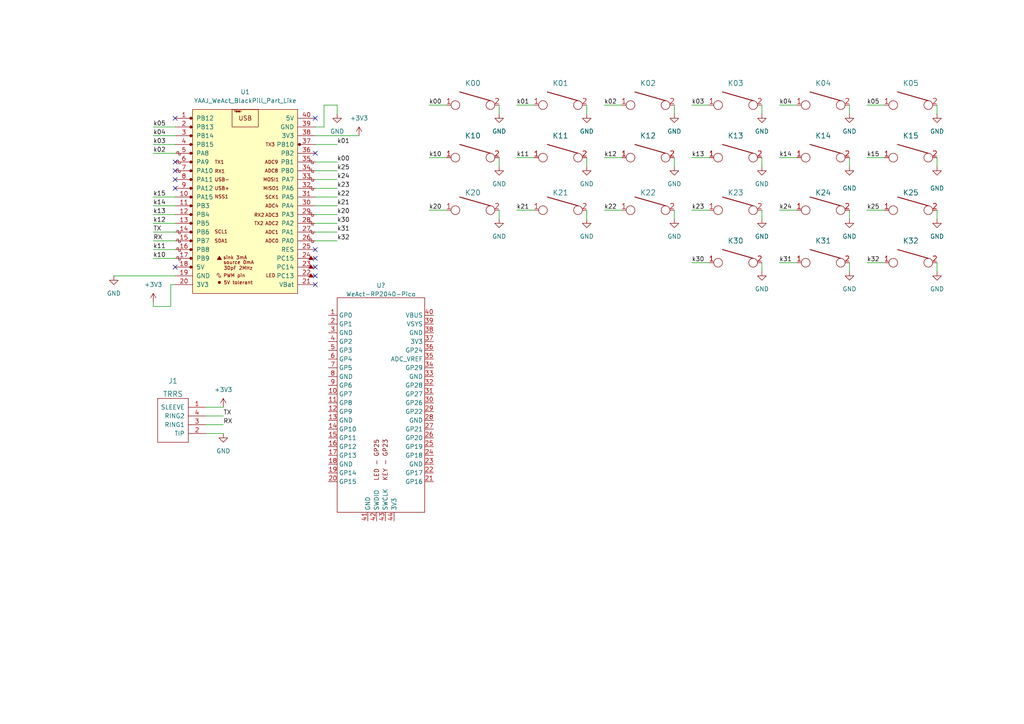
<source format=kicad_sch>
(kicad_sch (version 20211123) (generator eeschema)
  (paper "A4")
  (title_block (rev "rev1.0"))
  (lib_symbols
    (symbol "WeAct-RP2040_prj:WeAct-RP2040-Pico"
      (property "Reference" "U" (at 0 16.51 0))
      (property "Value" "WeAct-RP2040-Pico" (at 0 19.05 0))
      (symbol "WeAct-RP2040-Pico_0_0"
        (text "KEY - GP23" (at 1.27 -26.67 900) (effects (font (size 1.27 1.27))))
        (text "LED - GP25" (at -1.27 -26.67 900) (effects (font (size 1.27 1.27))))
      )
      (symbol "WeAct-RP2040-Pico_0_1"
        (rectangle (start -12.7 20.32) (end 12.7 -41.91))
      )
      (symbol "WeAct-RP2040-Pico_1_1"
        (pin bidirectional line (at -15.24 15.24 0) (length 2.54) (name "GP0") (number "1"))
        (pin bidirectional line (at -15.24 -7.62 0) (length 2.54) (name "GP7") (number "10"))
        (pin bidirectional line (at -15.24 -10.16 0) (length 2.54) (name "GP8") (number "11"))
        (pin bidirectional line (at -15.24 -12.7 0) (length 2.54) (name "GP9") (number "12"))
        (pin bidirectional line (at -15.24 -15.24 0) (length 2.54) (name "GND") (number "13"))
        (pin bidirectional line (at -15.24 -17.78 0) (length 2.54) (name "GP10") (number "14"))
        (pin bidirectional line (at -15.24 -20.32 0) (length 2.54) (name "GP11") (number "15"))
        (pin bidirectional line (at -15.24 -22.86 0) (length 2.54) (name "GP12") (number "16"))
        (pin bidirectional line (at -15.24 -25.4 0) (length 2.54) (name "GP13") (number "17"))
        (pin bidirectional line (at -15.24 -27.94 0) (length 2.54) (name "GND") (number "18"))
        (pin bidirectional line (at -15.24 -30.48 0) (length 2.54) (name "GP14") (number "19"))
        (pin bidirectional line (at -15.24 12.7 0) (length 2.54) (name "GP1") (number "2"))
        (pin bidirectional line (at -15.24 -33.02 0) (length 2.54) (name "GP15") (number "20"))
        (pin bidirectional line (at 15.24 -33.02 180) (length 2.54) (name "GP16") (number "21"))
        (pin bidirectional line (at 15.24 -30.48 180) (length 2.54) (name "GP17") (number "22"))
        (pin bidirectional line (at 15.24 -27.94 180) (length 2.54) (name "GND") (number "23"))
        (pin bidirectional line (at 15.24 -25.4 180) (length 2.54) (name "GP18") (number "24"))
        (pin bidirectional line (at 15.24 -22.86 180) (length 2.54) (name "GP19") (number "25"))
        (pin bidirectional line (at 15.24 -20.32 180) (length 2.54) (name "GP20") (number "26"))
        (pin bidirectional line (at 15.24 -17.78 180) (length 2.54) (name "GP21") (number "27"))
        (pin bidirectional line (at 15.24 -15.24 180) (length 2.54) (name "GND") (number "28"))
        (pin bidirectional line (at 15.24 -12.7 180) (length 2.54) (name "GP22") (number "29"))
        (pin bidirectional line (at -15.24 10.16 0) (length 2.54) (name "GND") (number "3"))
        (pin bidirectional line (at 15.24 -10.16 180) (length 2.54) (name "GP26") (number "30"))
        (pin bidirectional line (at 15.24 -7.62 180) (length 2.54) (name "GP27") (number "31"))
        (pin bidirectional line (at 15.24 -5.08 180) (length 2.54) (name "GP28") (number "32"))
        (pin bidirectional line (at 15.24 -2.54 180) (length 2.54) (name "GND") (number "33"))
        (pin bidirectional line (at 15.24 0 180) (length 2.54) (name "GP29") (number "34"))
        (pin bidirectional line (at 15.24 2.54 180) (length 2.54) (name "ADC_VREF") (number "35"))
        (pin bidirectional line (at 15.24 5.08 180) (length 2.54) (name "GP24") (number "36"))
        (pin bidirectional line (at 15.24 7.62 180) (length 2.54) (name "3V3") (number "37"))
        (pin bidirectional line (at 15.24 10.16 180) (length 2.54) (name "GND") (number "38"))
        (pin bidirectional line (at 15.24 12.7 180) (length 2.54) (name "VSYS") (number "39"))
        (pin bidirectional line (at -15.24 7.62 0) (length 2.54) (name "GP2") (number "4"))
        (pin bidirectional line (at 15.24 15.24 180) (length 2.54) (name "VBUS") (number "40"))
        (pin bidirectional line (at -3.81 -44.45 90) (length 2.54) (name "GND") (number "41"))
        (pin bidirectional line (at -1.27 -44.45 90) (length 2.54) (name "SWDIO") (number "42"))
        (pin bidirectional line (at 1.27 -44.45 90) (length 2.54) (name "SWCLK") (number "43"))
        (pin bidirectional line (at 3.81 -44.45 90) (length 2.54) (name "3V3") (number "44"))
        (pin bidirectional line (at -15.24 5.08 0) (length 2.54) (name "GP3") (number "5"))
        (pin bidirectional line (at -15.24 2.54 0) (length 2.54) (name "GP4") (number "6"))
        (pin bidirectional line (at -15.24 0 0) (length 2.54) (name "GP5") (number "7"))
        (pin bidirectional line (at -15.24 -2.54 0) (length 2.54) (name "GND") (number "8"))
        (pin bidirectional line (at -15.24 -5.08 0) (length 2.54) (name "GP6") (number "9"))
      )
    )
    (symbol "YAAJ_WeAct_BlackPill_Part_Like:YAAJ_WeAct_BlackPill_Part_Like" (pin_names (offset 1.016))
      (property "Reference" "U" (at -12.7 27.94 0))
      (property "Value" "YAAJ_WeAct_BlackPill_Part_Like" (at 0 2.54 90))
      (symbol "YAAJ_WeAct_BlackPill_Part_Like_0_0"
        (circle (center -15.748 -20.32) (radius 0.3556) (fill (type outline)))
        (circle (center -15.748 -17.78) (radius 0.3556) (fill (type outline)))
        (circle (center -15.748 -15.24) (radius 0.3556) (fill (type outline)))
        (circle (center -15.748 -12.7) (radius 0.3556) (fill (type outline)))
        (circle (center -15.748 -10.16) (radius 0.3556) (fill (type outline)))
        (circle (center -15.748 -7.62) (radius 0.3556) (fill (type outline)))
        (circle (center -15.748 -5.08) (radius 0.3556) (fill (type outline)))
        (circle (center -15.748 -2.54) (radius 0.3556) (fill (type outline)))
        (circle (center -15.748 0) (radius 0.3556) (fill (type outline)))
        (circle (center -15.748 2.54) (radius 0.3556) (fill (type outline)))
        (circle (center -15.748 5.08) (radius 0.3556) (fill (type outline)))
        (circle (center -15.748 7.62) (radius 0.3556) (fill (type outline)))
        (circle (center -15.748 10.16) (radius 0.3556) (fill (type outline)))
        (circle (center -15.748 12.7) (radius 0.3556) (fill (type outline)))
        (circle (center -15.748 15.24) (radius 0.3556) (fill (type outline)))
        (circle (center -15.748 17.78) (radius 0.3556) (fill (type outline)))
        (circle (center -15.748 22.86) (radius 0.3556) (fill (type outline)))
        (circle (center -7.493 -24.765) (radius 0.127) (fill (type outline)))
        (circle (center -7.493 -24.765) (radius 0.254))
        (circle (center -7.493 -24.765) (radius 0.3556))
        (polyline (pts (xy -8.128 -18.161) (xy -7.493 -17.145) (xy -6.858 -18.161) (xy -8.128 -18.161) (xy -7.493 -17.272) (xy -6.985 -18.161) (xy -8.001 -18.034) (xy -7.493 -17.399) (xy -7.112 -18.161) (xy -7.874 -17.907) (xy -7.366 -17.526) (xy -7.239 -18.161) (xy -7.747 -17.78) (xy -7.239 -17.653) (xy -7.366 -18.034) (xy -7.62 -17.78) (xy -7.366 -17.907) (xy -7.493 -17.653)))
        (polyline (pts (xy 18.415 -23.241) (xy 19.05 -22.225) (xy 19.685 -23.241) (xy 18.415 -23.241) (xy 19.05 -22.352) (xy 19.558 -23.241) (xy 18.542 -23.114) (xy 19.05 -22.479) (xy 19.431 -23.241) (xy 18.669 -22.987) (xy 19.177 -22.606) (xy 19.304 -23.241) (xy 18.796 -22.86) (xy 19.304 -22.733) (xy 19.177 -23.114) (xy 18.923 -22.86) (xy 19.177 -22.987) (xy 19.05 -22.733)))
        (polyline (pts (xy 18.415 -20.701) (xy 19.05 -19.685) (xy 19.685 -20.701) (xy 18.415 -20.701) (xy 19.05 -19.812) (xy 19.558 -20.701) (xy 18.542 -20.574) (xy 19.05 -19.939) (xy 19.431 -20.701) (xy 18.669 -20.447) (xy 19.177 -20.066) (xy 19.304 -20.701) (xy 18.796 -20.32) (xy 19.304 -20.193) (xy 19.177 -20.574) (xy 18.923 -20.32) (xy 19.177 -20.447) (xy 19.05 -20.193)))
        (polyline (pts (xy 18.415 -18.161) (xy 19.05 -17.145) (xy 19.685 -18.161) (xy 18.415 -18.161) (xy 19.05 -17.272) (xy 19.558 -18.161) (xy 18.542 -18.034) (xy 19.05 -17.399) (xy 19.431 -18.161) (xy 18.669 -17.907) (xy 19.177 -17.526) (xy 19.304 -18.161) (xy 18.796 -17.78) (xy 19.304 -17.653) (xy 19.177 -18.034) (xy 18.923 -17.78) (xy 19.177 -17.907) (xy 19.05 -17.653)))
        (circle (center 15.748 15.24) (radius 0.254) (fill (type outline)))
        (circle (center 15.748 15.24) (radius 0.3556))
        (text "30pF 2MHz" (at -2.032 -20.574 0) (effects (font (size 0.9906 0.9906))))
        (text "5V tolerant" (at -2.032 -24.765 0) (effects (font (size 0.9906 0.9906))))
        (text "ADC0" (at 7.747 -12.7 0) (effects (font (size 0.9906 0.9906))))
        (text "ADC1" (at 7.747 -10.16 0) (effects (font (size 0.9906 0.9906))))
        (text "ADC2" (at 7.747 -7.62 0) (effects (font (size 0.9906 0.9906))))
        (text "ADC3" (at 7.747 -5.207 0) (effects (font (size 0.9906 0.9906))))
        (text "ADC4" (at 7.747 -2.54 0) (effects (font (size 0.9906 0.9906))))
        (text "ADC8" (at 7.62 7.62 0) (effects (font (size 0.9906 0.9906))))
        (text "ADC9" (at 7.62 10.16 0) (effects (font (size 0.9906 0.9906))))
        (text "LED" (at 7.366 -22.733 0) (effects (font (size 0.9906 0.9906))))
        (text "MISO1" (at 7.493 2.54 0) (effects (font (size 0.9906 0.9906))))
        (text "MOSI1" (at 7.493 5.08 0) (effects (font (size 0.9906 0.9906))))
        (text "NSS1" (at -6.858 0.127 0) (effects (font (size 0.9906 0.9906))))
        (text "PWM pin" (at -3.175 -22.733 0) (effects (font (size 0.9906 0.9906))))
        (text "RX1" (at -7.366 7.493 0) (effects (font (size 0.9906 0.9906))))
        (text "RX2" (at 4.064 -5.207 0) (effects (font (size 0.9906 0.9906))))
        (text "SCK1" (at 7.747 0 0) (effects (font (size 0.9906 0.9906))))
        (text "SCL1" (at -6.985 -10.033 0) (effects (font (size 0.9906 0.9906))))
        (text "SDA1" (at -6.985 -12.7 0) (effects (font (size 0.9906 0.9906))))
        (text "sink 3mA" (at -2.921 -17.526 0) (effects (font (size 0.9906 0.9906))))
        (text "source 0mA" (at -1.905 -18.923 0) (effects (font (size 0.9906 0.9906))))
        (text "TX1" (at -7.493 10.16 0) (effects (font (size 0.9906 0.9906))))
        (text "TX2" (at 3.937 -7.62 0) (effects (font (size 0.9906 0.9906))))
        (text "TX3" (at 7.239 15.24 0) (effects (font (size 0.9906 0.9906))))
        (text "USB" (at 0 22.86 0) (effects (font (size 1.27 1.27))))
        (text "USB+" (at -6.731 2.54 0) (effects (font (size 0.9906 0.9906))))
        (text "USB-" (at -6.731 5.08 0) (effects (font (size 0.9906 0.9906))))
        (text "Y@@J" (at -2.159 24.892 0) (effects (font (size 0.508 0.508))))
      )
      (symbol "YAAJ_WeAct_BlackPill_Part_Like_0_1"
        (rectangle (start -15.24 25.4) (end 15.24 -27.94) (fill (type background)))
        (polyline (pts (xy -18.796 -17.78) (xy -18.796 -18.288) (xy -19.304 -18.288) (xy -19.304 -17.272) (xy -19.812 -17.272) (xy -19.812 -17.78)))
        (polyline (pts (xy -18.796 -15.24) (xy -18.796 -15.748) (xy -19.304 -15.748) (xy -19.304 -14.732) (xy -19.812 -14.732) (xy -19.812 -15.24)))
        (polyline (pts (xy -18.796 -12.7) (xy -18.796 -13.208) (xy -19.304 -13.208) (xy -19.304 -12.192) (xy -19.812 -12.192) (xy -19.812 -12.7)))
        (polyline (pts (xy -18.796 -10.16) (xy -18.796 -10.668) (xy -19.304 -10.668) (xy -19.304 -9.652) (xy -19.812 -9.652) (xy -19.812 -10.16)))
        (polyline (pts (xy -18.796 7.62) (xy -18.796 7.112) (xy -19.304 7.112) (xy -19.304 8.128) (xy -19.812 8.128) (xy -19.812 7.62)))
        (polyline (pts (xy -18.796 10.16) (xy -18.796 9.652) (xy -19.304 9.652) (xy -19.304 10.668) (xy -19.812 10.668) (xy -19.812 10.16)))
        (polyline (pts (xy -18.796 12.7) (xy -18.796 12.192) (xy -19.304 12.192) (xy -19.304 13.208) (xy -19.812 13.208) (xy -19.812 12.7)))
        (polyline (pts (xy -7.112 -22.733) (xy -7.112 -23.241) (xy -7.62 -23.241) (xy -7.62 -22.225) (xy -8.128 -22.225) (xy -8.128 -22.733)))
        (polyline (pts (xy 19.812 -12.7) (xy 19.812 -13.208) (xy 19.304 -13.208) (xy 19.304 -12.192) (xy 18.796 -12.192) (xy 18.796 -12.7)))
        (polyline (pts (xy 19.812 -10.16) (xy 19.812 -10.668) (xy 19.304 -10.668) (xy 19.304 -9.652) (xy 18.796 -9.652) (xy 18.796 -10.16)))
        (polyline (pts (xy 19.812 -7.62) (xy 19.812 -8.128) (xy 19.304 -8.128) (xy 19.304 -7.112) (xy 18.796 -7.112) (xy 18.796 -7.62)))
        (polyline (pts (xy 19.812 -5.08) (xy 19.812 -5.588) (xy 19.304 -5.588) (xy 19.304 -4.572) (xy 18.796 -4.572) (xy 18.796 -5.08)))
        (polyline (pts (xy 19.812 2.54) (xy 19.812 2.032) (xy 19.304 2.032) (xy 19.304 3.048) (xy 18.796 3.048) (xy 18.796 2.54)))
        (polyline (pts (xy 19.812 5.08) (xy 19.812 4.572) (xy 19.304 4.572) (xy 19.304 5.588) (xy 18.796 5.588) (xy 18.796 5.08)))
        (polyline (pts (xy 19.812 7.62) (xy 19.812 7.112) (xy 19.304 7.112) (xy 19.304 8.128) (xy 18.796 8.128) (xy 18.796 7.62)))
        (polyline (pts (xy 19.812 10.16) (xy 19.812 9.652) (xy 19.304 9.652) (xy 19.304 10.668) (xy 18.796 10.668) (xy 18.796 10.16)))
        (rectangle (start 3.81 25.4) (end -3.81 20.32))
      )
      (symbol "YAAJ_WeAct_BlackPill_Part_Like_1_1"
        (circle (center -15.748 20.32) (radius 0.3556) (fill (type outline)))
        (pin bidirectional line (at -20.32 22.86 0) (length 5.08) (name "PB12") (number "1"))
        (pin bidirectional line (at -20.32 0 0) (length 5.08) (name "PA15") (number "10"))
        (pin bidirectional line (at -20.32 -2.54 0) (length 5.08) (name "PB3") (number "11"))
        (pin bidirectional line (at -20.32 -5.08 0) (length 5.08) (name "PB4") (number "12"))
        (pin bidirectional line (at -20.32 -7.62 0) (length 5.08) (name "PB5") (number "13"))
        (pin bidirectional line (at -20.32 -10.16 0) (length 5.08) (name "PB6") (number "14"))
        (pin bidirectional line (at -20.32 -12.7 0) (length 5.08) (name "PB7") (number "15"))
        (pin bidirectional line (at -20.32 -15.24 0) (length 5.08) (name "PB8") (number "16"))
        (pin bidirectional line (at -20.32 -17.78 0) (length 5.08) (name "PB9") (number "17"))
        (pin power_in line (at -20.32 -20.32 0) (length 5.08) (name "5V") (number "18"))
        (pin power_in line (at -20.32 -22.86 0) (length 5.08) (name "GND") (number "19"))
        (pin bidirectional line (at -20.32 20.32 0) (length 5.08) (name "PB13") (number "2"))
        (pin power_in line (at -20.32 -25.4 0) (length 5.08) (name "3V3") (number "20"))
        (pin power_in line (at 20.32 -25.4 180) (length 5.08) (name "VBat") (number "21"))
        (pin bidirectional line (at 20.32 -22.86 180) (length 5.08) (name "PC13") (number "22"))
        (pin bidirectional line (at 20.32 -20.32 180) (length 5.08) (name "PC14") (number "23"))
        (pin bidirectional line (at 20.32 -17.78 180) (length 5.08) (name "PC15") (number "24"))
        (pin input line (at 20.32 -15.24 180) (length 5.08) (name "RES") (number "25"))
        (pin bidirectional line (at 20.32 -12.7 180) (length 5.08) (name "PA0") (number "26"))
        (pin bidirectional line (at 20.32 -10.16 180) (length 5.08) (name "PA1") (number "27"))
        (pin bidirectional line (at 20.32 -7.62 180) (length 5.08) (name "PA2") (number "28"))
        (pin bidirectional line (at 20.32 -5.08 180) (length 5.08) (name "PA3") (number "29"))
        (pin bidirectional line (at -20.32 17.78 0) (length 5.08) (name "PB14") (number "3"))
        (pin bidirectional line (at 20.32 -2.54 180) (length 5.08) (name "PA4") (number "30"))
        (pin bidirectional line (at 20.32 0 180) (length 5.08) (name "PA5") (number "31"))
        (pin bidirectional line (at 20.32 2.54 180) (length 5.08) (name "PA6") (number "32"))
        (pin bidirectional line (at 20.32 5.08 180) (length 5.08) (name "PA7") (number "33"))
        (pin bidirectional line (at 20.32 7.62 180) (length 5.08) (name "PB0") (number "34"))
        (pin bidirectional line (at 20.32 10.16 180) (length 5.08) (name "PB1") (number "35"))
        (pin bidirectional line (at 20.32 12.7 180) (length 5.08) (name "PB2") (number "36"))
        (pin bidirectional line (at 20.32 15.24 180) (length 5.08) (name "PB10") (number "37"))
        (pin power_in line (at 20.32 17.78 180) (length 5.08) (name "3V3") (number "38"))
        (pin power_in line (at 20.32 20.32 180) (length 5.08) (name "GND") (number "39"))
        (pin bidirectional line (at -20.32 15.24 0) (length 5.08) (name "PB15") (number "4"))
        (pin power_in line (at 20.32 22.86 180) (length 5.08) (name "5V") (number "40"))
        (pin bidirectional line (at -20.32 12.7 0) (length 5.08) (name "PA8") (number "5"))
        (pin bidirectional line (at -20.32 10.16 0) (length 5.08) (name "PA9") (number "6"))
        (pin bidirectional line (at -20.32 7.62 0) (length 5.08) (name "PA10") (number "7"))
        (pin bidirectional line (at -20.32 5.08 0) (length 5.08) (name "PA11") (number "8"))
        (pin bidirectional line (at -20.32 2.54 0) (length 5.08) (name "PA12") (number "9"))
      )
    )
    (symbol "keebio:TRRS" (pin_names (offset 1.016))
      (property "Reference" "U" (at 0 15.24 0))
      (property "Value" "TRRS" (at 0 -2.54 0))
      (symbol "TRRS_0_1"
        (rectangle (start -3.81 0) (end -3.81 12.7))
        (rectangle (start -3.81 12.7) (end 5.08 12.7))
        (rectangle (start 5.08 0) (end -3.81 0))
        (rectangle (start 5.08 12.7) (end 5.08 0))
      )
      (symbol "TRRS_1_1"
        (pin input line (at -8.89 2.54 0) (length 5.08) (name "SLEEVE") (number "1"))
        (pin input line (at -8.89 10.16 0) (length 5.08) (name "TIP") (number "2"))
        (pin input line (at -8.89 7.62 0) (length 5.08) (name "RING1") (number "3"))
        (pin input line (at -8.89 5.08 0) (length 5.08) (name "RING2") (number "4"))
      )
    )
    (symbol "keyboard_parts:KEYSW" (pin_names (offset 1.016))
      (property "Reference" "K?" (at -1.27 0 0))
      (symbol "KEYSW_0_1"
        (circle (center -5.08 0) (radius 1.27))
        (polyline (pts (xy -5.08 1.27) (xy 3.81 3.81)) (stroke (width 0.254)))
        (circle (center 5.08 0) (radius 1.27))
      )
      (symbol "KEYSW_1_1"
        (pin passive line (at 7.62 0 180) (length 1.27) (name "~") (number "1"))
        (pin passive line (at -7.62 0 0) (length 1.27) (name "~") (number "2"))
      )
    )
    (symbol "power:+3V3" (power) (pin_names (offset 0))
      (property "Value" "+3V3" (at 0 3.556 0))
      (symbol "+3V3_0_1"
        (polyline (pts (xy -0.762 1.27) (xy 0 2.54)))
        (polyline (pts (xy 0 0) (xy 0 2.54)))
        (polyline (pts (xy 0 2.54) (xy 0.762 1.27)))
      )
      (symbol "+3V3_1_1"
        (pin power_in line (at 0 0 90) (length 0) hide (name "+3V3") (number "1"))
      )
    )
    (symbol "power:GND" (power) (pin_names (offset 0))
      (property "Value" "GND" (at 0 -3.81 0))
      (symbol "GND_0_1"
        (polyline (pts (xy 0 0) (xy 0 -1.27) (xy 1.27 -1.27) (xy 0 -2.54) (xy -1.27 -1.27) (xy 0 -1.27)))
      )
      (symbol "GND_1_1"
        (pin power_in line (at 0 0 270) (length 0) hide (name "GND") (number "1"))
      )
    )
  )
  (no_connect (at 91.44 44.45))
  (no_connect (at 50.8 46.99))
  (no_connect (at 50.8 49.53))
  (no_connect (at 50.8 52.07))
  (no_connect (at 50.8 54.61))
  (no_connect (at 50.8 34.29))
  (no_connect (at 91.44 82.55))
  (no_connect (at 91.44 80.01))
  (no_connect (at 91.44 77.47))
  (no_connect (at 91.44 74.93))
  (no_connect (at 91.44 72.39))
  (no_connect (at 91.44 34.29))
  (no_connect (at 50.8 77.47))
  (wire (pts (xy 149.86 60.96) (xy 154.94 60.96)))
  (wire (pts (xy 44.45 72.39) (xy 50.8 72.39)))
  (wire (pts (xy 91.44 52.07) (xy 97.79 52.07)))
  (wire (pts (xy 200.66 45.72) (xy 205.74 45.72)))
  (wire (pts (xy 44.45 36.83) (xy 50.8 36.83)))
  (wire (pts (xy 251.46 30.48) (xy 256.54 30.48)))
  (wire (pts (xy 124.46 45.72) (xy 129.54 45.72)))
  (wire (pts (xy 200.66 60.96) (xy 205.74 60.96)))
  (wire (pts (xy 149.86 45.72) (xy 154.94 45.72)))
  (wire (pts (xy 49.53 88.9) (xy 49.53 82.55)))
  (wire (pts (xy 44.45 88.9) (xy 49.53 88.9)))
  (wire (pts (xy 44.45 59.69) (xy 50.8 59.69)))
  (wire (pts (xy 91.44 41.91) (xy 97.79 41.91)))
  (wire (pts (xy 175.26 60.96) (xy 180.34 60.96)))
  (wire (pts (xy 44.45 39.37) (xy 50.8 39.37)))
  (wire (pts (xy 251.46 60.96) (xy 256.54 60.96)))
  (wire (pts (xy 195.58 63.5) (xy 195.58 60.96)))
  (wire (pts (xy 144.78 63.5) (xy 144.78 60.96)))
  (wire (pts (xy 246.38 48.26) (xy 246.38 45.72)))
  (wire (pts (xy 220.98 48.26) (xy 220.98 45.72)))
  (wire (pts (xy 144.78 48.26) (xy 144.78 45.72)))
  (wire (pts (xy 91.44 62.23) (xy 97.79 62.23)))
  (wire (pts (xy 93.98 36.83) (xy 93.98 30.48)))
  (wire (pts (xy 175.26 45.72) (xy 180.34 45.72)))
  (wire (pts (xy 246.38 78.74) (xy 246.38 76.2)))
  (wire (pts (xy 59.69 125.73) (xy 64.77 125.73)))
  (wire (pts (xy 44.45 44.45) (xy 50.8 44.45)))
  (wire (pts (xy 271.78 48.26) (xy 271.78 45.72)))
  (wire (pts (xy 91.44 36.83) (xy 93.98 36.83)))
  (wire (pts (xy 200.66 76.2) (xy 205.74 76.2)))
  (wire (pts (xy 44.45 74.93) (xy 50.8 74.93)))
  (wire (pts (xy 91.44 69.85) (xy 97.79 69.85)))
  (wire (pts (xy 91.44 49.53) (xy 97.79 49.53)))
  (wire (pts (xy 226.06 45.72) (xy 231.14 45.72)))
  (wire (pts (xy 200.66 30.48) (xy 205.74 30.48)))
  (wire (pts (xy 220.98 78.74) (xy 220.98 76.2)))
  (wire (pts (xy 44.45 62.23) (xy 50.8 62.23)))
  (wire (pts (xy 97.79 30.48) (xy 97.79 33.02)))
  (wire (pts (xy 271.78 63.5) (xy 271.78 60.96)))
  (wire (pts (xy 124.46 60.96) (xy 129.54 60.96)))
  (wire (pts (xy 144.78 33.02) (xy 144.78 30.48)))
  (wire (pts (xy 195.58 48.26) (xy 195.58 45.72)))
  (wire (pts (xy 170.18 63.5) (xy 170.18 60.96)))
  (wire (pts (xy 59.69 123.19) (xy 64.77 123.19)))
  (wire (pts (xy 246.38 63.5) (xy 246.38 60.96)))
  (wire (pts (xy 91.44 54.61) (xy 97.79 54.61)))
  (wire (pts (xy 44.45 64.77) (xy 50.8 64.77)))
  (wire (pts (xy 226.06 30.48) (xy 231.14 30.48)))
  (wire (pts (xy 124.46 30.48) (xy 129.54 30.48)))
  (wire (pts (xy 93.98 30.48) (xy 97.79 30.48)))
  (wire (pts (xy 91.44 67.31) (xy 97.79 67.31)))
  (wire (pts (xy 59.69 120.65) (xy 64.77 120.65)))
  (wire (pts (xy 170.18 48.26) (xy 170.18 45.72)))
  (wire (pts (xy 91.44 39.37) (xy 104.14 39.37)))
  (wire (pts (xy 175.26 30.48) (xy 180.34 30.48)))
  (wire (pts (xy 44.45 41.91) (xy 50.8 41.91)))
  (wire (pts (xy 91.44 46.99) (xy 97.79 46.99)))
  (wire (pts (xy 91.44 57.15) (xy 97.79 57.15)))
  (wire (pts (xy 59.69 118.11) (xy 64.77 118.11)))
  (wire (pts (xy 91.44 59.69) (xy 97.79 59.69)))
  (wire (pts (xy 33.02 80.01) (xy 50.8 80.01)))
  (wire (pts (xy 195.58 33.02) (xy 195.58 30.48)))
  (wire (pts (xy 251.46 45.72) (xy 256.54 45.72)))
  (wire (pts (xy 226.06 60.96) (xy 231.14 60.96)))
  (wire (pts (xy 170.18 33.02) (xy 170.18 30.48)))
  (wire (pts (xy 226.06 76.2) (xy 231.14 76.2)))
  (wire (pts (xy 271.78 33.02) (xy 271.78 30.48)))
  (wire (pts (xy 246.38 33.02) (xy 246.38 30.48)))
  (wire (pts (xy 251.46 76.2) (xy 256.54 76.2)))
  (wire (pts (xy 49.53 82.55) (xy 50.8 82.55)))
  (wire (pts (xy 91.44 64.77) (xy 97.79 64.77)))
  (wire (pts (xy 44.45 69.85) (xy 50.8 69.85)))
  (wire (pts (xy 220.98 33.02) (xy 220.98 30.48)))
  (wire (pts (xy 149.86 30.48) (xy 154.94 30.48)))
  (wire (pts (xy 44.45 87.63) (xy 44.45 88.9)))
  (wire (pts (xy 44.45 67.31) (xy 50.8 67.31)))
  (wire (pts (xy 271.78 78.74) (xy 271.78 76.2)))
  (wire (pts (xy 44.45 57.15) (xy 50.8 57.15)))
  (wire (pts (xy 220.98 63.5) (xy 220.98 60.96)))
  (label "k20" (at 97.79 62.23 0))
  (label "TX" (at 64.77 120.65 0))
  (label "k01" (at 97.79 41.91 0))
  (label "k03" (at 44.45 41.91 0))
  (label "k30" (at 200.66 76.2 0))
  (label "k02" (at 175.26 30.48 0))
  (label "k05" (at 44.45 36.83 0))
  (label "k04" (at 226.06 30.48 0))
  (label "k30" (at 97.79 64.77 0))
  (label "k11" (at 44.45 72.39 0))
  (label "k00" (at 124.46 30.48 0))
  (label "k10" (at 44.45 74.93 0))
  (label "k03" (at 200.66 30.48 0))
  (label "RX" (at 44.45 69.85 0))
  (label "k15" (at 251.46 45.72 0))
  (label "k23" (at 200.66 60.96 0))
  (label "k32" (at 97.79 69.85 0))
  (label "k25" (at 97.79 49.53 0))
  (label "k24" (at 226.06 60.96 0))
  (label "TX" (at 44.45 67.31 0))
  (label "k05" (at 251.46 30.48 0))
  (label "k22" (at 175.26 60.96 0))
  (label "k12" (at 44.45 64.77 0))
  (label "k01" (at 149.86 30.48 0))
  (label "RX" (at 64.77 123.19 0))
  (label "k10" (at 124.46 45.72 0))
  (label "k00" (at 97.79 46.99 0))
  (label "k21" (at 97.79 59.69 0))
  (label "k31" (at 97.79 67.31 0))
  (label "k32" (at 251.46 76.2 0))
  (label "k15" (at 44.45 57.15 0))
  (label "k14" (at 226.06 45.72 0))
  (label "k12" (at 175.26 45.72 0))
  (label "k04" (at 44.45 39.37 0))
  (label "k11" (at 149.86 45.72 0))
  (label "k22" (at 97.79 57.15 0))
  (label "k02" (at 44.45 44.45 0))
  (label "k13" (at 44.45 62.23 0))
  (label "k24" (at 97.79 52.07 0))
  (label "k31" (at 226.06 76.2 0))
  (label "k13" (at 200.66 45.72 0))
  (label "k14" (at 44.45 59.69 0))
  (label "k21" (at 149.86 60.96 0))
  (label "k25" (at 251.46 60.96 0))
  (label "k23" (at 97.79 54.61 0))
  (label "k20" (at 124.46 60.96 0))
  (symbol (lib_id "keyboard_parts:KEYSW") (at 264.16 76.2 0) (mirror y) (unit 1)
    (property "Reference" "K32" (at 264.16 69.85 0) (effects (font (size 1.524 1.524))))
    (property "Value" "KEYSW" (effects hide))
    (property "Footprint" "keyswitches:SW_PG1350_reversible" (effects hide))
  )
  (symbol (lib_id "power:GND") (at 195.58 48.26 0) (unit 1)
    (property "Reference" "#PWR0104" (effects hide))
    (property "Value" "GND" (at 195.58 53.34 0))
  )
  (symbol (lib_id "keyboard_parts:KEYSW") (at 238.76 60.96 0) (mirror y) (unit 1)
    (property "Reference" "K24" (at 238.76 55.88 0) (effects (font (size 1.524 1.524))))
    (property "Value" "KEYSW" (effects hide))
    (property "Footprint" "keyswitches:SW_PG1350_reversible" (effects hide))
  )
  (symbol (lib_id "power:GND") (at 64.77 125.73 0) (unit 1)
    (property "Reference" "#PWR0126" (effects hide))
    (property "Value" "GND" (at 64.77 130.81 0))
  )
  (symbol (lib_id "keyboard_parts:KEYSW") (at 137.16 30.48 0) (mirror y) (unit 1)
    (property "Reference" "K00" (at 137.16 24.13 0) (effects (font (size 1.524 1.524))))
    (property "Value" "KEYSW" (effects hide))
    (property "Footprint" "keyswitches:SW_PG1350_reversible" (effects hide))
  )
  (symbol (lib_id "keyboard_parts:KEYSW") (at 264.16 45.72 0) (mirror y) (unit 1)
    (property "Reference" "K15" (at 264.16 39.37 0) (effects (font (size 1.524 1.524))))
    (property "Value" "KEYSW" (effects hide))
    (property "Footprint" "keyswitches:SW_PG1350_reversible" (effects hide))
  )
  (symbol (lib_id "power:GND") (at 144.78 48.26 0) (unit 1)
    (property "Reference" "#PWR0107" (effects hide))
    (property "Value" "GND" (at 144.78 53.34 0))
  )
  (symbol (lib_id "power:GND") (at 195.58 63.5 0) (unit 1)
    (property "Reference" "#PWR0105" (effects hide))
    (property "Value" "GND" (at 195.58 68.58 0))
  )
  (symbol (lib_id "keyboard_parts:KEYSW") (at 213.36 30.48 0) (mirror y) (unit 1)
    (property "Reference" "K03" (at 213.36 24.13 0) (effects (font (size 1.524 1.524))))
    (property "Value" "KEYSW" (effects hide))
    (property "Footprint" "keyswitches:SW_PG1350_reversible" (effects hide))
  )
  (symbol (lib_id "power:GND") (at 246.38 63.5 0) (unit 1)
    (property "Reference" "#PWR0121" (effects hide))
    (property "Value" "GND" (at 246.38 68.58 0))
  )
  (symbol (lib_id "keyboard_parts:KEYSW") (at 187.96 30.48 0) (mirror y) (unit 1)
    (property "Reference" "K02" (at 187.96 24.13 0) (effects (font (size 1.524 1.524))))
    (property "Value" "KEYSW" (effects hide))
    (property "Footprint" "keyswitches:SW_PG1350_reversible" (effects hide))
  )
  (symbol (lib_id "keyboard_parts:KEYSW") (at 162.56 45.72 0) (mirror y) (unit 1)
    (property "Reference" "K11" (at 162.56 39.37 0) (effects (font (size 1.524 1.524))))
    (property "Value" "KEYSW" (effects hide))
    (property "Footprint" "keyswitches:SW_PG1350_reversible" (effects hide))
  )
  (symbol (lib_id "keyboard_parts:KEYSW") (at 187.96 60.96 0) (mirror y) (unit 1)
    (property "Reference" "K22" (at 187.96 55.88 0) (effects (font (size 1.524 1.524))))
    (property "Value" "KEYSW" (effects hide))
    (property "Footprint" "keyswitches:SW_PG1350_reversible" (effects hide))
  )
  (symbol (lib_id "power:GND") (at 271.78 33.02 0) (unit 1)
    (property "Reference" "#PWR0115" (effects hide))
    (property "Value" "GND" (at 271.78 38.1 0))
  )
  (symbol (lib_id "power:GND") (at 271.78 63.5 0) (unit 1)
    (property "Reference" "#PWR0118" (effects hide))
    (property "Value" "GND" (at 271.78 68.58 0))
  )
  (symbol (lib_id "power:GND") (at 271.78 78.74 0) (unit 1)
    (property "Reference" "#PWR0117" (effects hide))
    (property "Value" "GND" (at 271.78 83.82 0))
  )
  (symbol (lib_id "YAAJ_WeAct_BlackPill_Part_Like:YAAJ_WeAct_BlackPill_Part_Like") (at 71.12 57.15 0) (unit 1)
    (property "Reference" "U1" (at 71.12 26.67 0))
    (property "Value" "YAAJ_WeAct_BlackPill_Part_Like" (at 71.12 29.21 0))
    (property "Footprint" "Footprints:YAAJ_WeAct_BlackPill_2" (effects hide))
  )
  (symbol (lib_id "power:GND") (at 246.38 48.26 0) (unit 1)
    (property "Reference" "#PWR0119" (effects hide))
    (property "Value" "GND" (at 246.38 54.61 0))
  )
  (symbol (lib_id "power:GND") (at 170.18 63.5 0) (unit 1)
    (property "Reference" "#PWR0101" (effects hide))
    (property "Value" "GND" (at 170.18 68.58 0))
  )
  (symbol (lib_id "keyboard_parts:KEYSW") (at 238.76 30.48 0) (mirror y) (unit 1)
    (property "Reference" "K04" (at 238.76 24.13 0) (effects (font (size 1.524 1.524))))
    (property "Value" "KEYSW" (effects hide))
    (property "Footprint" "keyswitches:SW_PG1350_reversible" (effects hide))
  )
  (symbol (lib_id "power:GND") (at 246.38 78.74 0) (unit 1)
    (property "Reference" "#PWR0120" (effects hide))
    (property "Value" "GND" (at 246.38 83.82 0))
  )
  (symbol (lib_id "power:+3V3") (at 64.77 118.11 0) (unit 1)
    (property "Reference" "#PWR?" (effects hide))
    (property "Value" "+3V3" (at 64.77 113.03 0))
  )
  (symbol (lib_id "keyboard_parts:KEYSW") (at 213.36 76.2 0) (mirror y) (unit 1)
    (property "Reference" "K30" (at 213.36 69.85 0) (effects (font (size 1.524 1.524))))
    (property "Value" "KEYSW" (effects hide))
    (property "Footprint" "keyswitches:SW_PG1350_reversible" (effects hide))
  )
  (symbol (lib_id "power:GND") (at 246.38 33.02 0) (unit 1)
    (property "Reference" "#PWR0112" (effects hide))
    (property "Value" "GND" (at 246.38 38.1 0))
  )
  (symbol (lib_id "keebio:TRRS") (at 50.8 115.57 180) (unit 1)
    (property "Reference" "J1" (at 50.165 110.49 0) (effects (font (size 1.524 1.524))))
    (property "Value" "TRRS" (at 50.165 114.3 0) (effects (font (size 1.524 1.524))))
    (property "Footprint" "Keebio-Parts:TRRS-PJ-320A" (effects hide))
  )
  (symbol (lib_id "WeAct-RP2040_prj:WeAct-RP2040-Pico") (at 110.49 106.68 0) (unit 1)
    (property "Reference" "U?" (at 110.49 82.7872 0))
    (property "Value" "WeAct-RP2040-Pico" (at 110.49 85.3241 0))
    (property "Footprint" "WeAct-RP2040-Pico:WeAct-RP2040-Pico" (effects hide))
    (property "Datasheet" "https://github.com/WeActStudio/WeActStudio.RP2040CoreBoard/tree/master" (effects hide))
  )
  (symbol (lib_id "keyboard_parts:KEYSW") (at 137.16 60.96 0) (mirror y) (unit 1)
    (property "Reference" "K20" (at 137.16 55.88 0) (effects (font (size 1.524 1.524))))
    (property "Value" "KEYSW" (effects hide))
    (property "Footprint" "keyswitches:SW_PG1350_reversible" (effects hide))
  )
  (symbol (lib_id "power:GND") (at 271.78 48.26 0) (unit 1)
    (property "Reference" "#PWR0116" (effects hide))
    (property "Value" "GND" (at 271.78 54.61 0))
  )
  (symbol (lib_id "keyboard_parts:KEYSW") (at 213.36 60.96 0) (mirror y) (unit 1)
    (property "Reference" "K23" (at 213.36 55.88 0) (effects (font (size 1.524 1.524))))
    (property "Value" "KEYSW" (effects hide))
    (property "Footprint" "keyswitches:SW_PG1350_reversible" (effects hide))
  )
  (symbol (lib_id "keyboard_parts:KEYSW") (at 137.16 45.72 0) (mirror y) (unit 1)
    (property "Reference" "K10" (at 137.16 39.37 0) (effects (font (size 1.524 1.524))))
    (property "Value" "KEYSW" (effects hide))
    (property "Footprint" "keyswitches:SW_PG1350_reversible" (effects hide))
  )
  (symbol (lib_id "keyboard_parts:KEYSW") (at 162.56 30.48 0) (mirror y) (unit 1)
    (property "Reference" "K01" (at 162.56 24.13 0) (effects (font (size 1.524 1.524))))
    (property "Value" "KEYSW" (effects hide))
    (property "Footprint" "keyswitches:SW_PG1350_reversible" (effects hide))
  )
  (symbol (lib_id "keyboard_parts:KEYSW") (at 264.16 60.96 0) (mirror y) (unit 1)
    (property "Reference" "K25" (at 264.16 55.88 0) (effects (font (size 1.524 1.524))))
    (property "Value" "KEYSW" (effects hide))
    (property "Footprint" "keyswitches:SW_PG1350_reversible" (effects hide))
  )
  (symbol (lib_id "keyboard_parts:KEYSW") (at 238.76 76.2 0) (mirror y) (unit 1)
    (property "Reference" "K31" (at 238.76 69.85 0) (effects (font (size 1.524 1.524))))
    (property "Value" "KEYSW" (effects hide))
    (property "Footprint" "keyswitches:SW_PG1350_reversible" (effects hide))
  )
  (symbol (lib_id "power:GND") (at 220.98 33.02 0) (unit 1)
    (property "Reference" "#PWR0123" (effects hide))
    (property "Value" "GND" (at 220.98 38.1 0))
  )
  (symbol (lib_id "keyboard_parts:KEYSW") (at 238.76 45.72 0) (mirror y) (unit 1)
    (property "Reference" "K14" (at 238.76 39.37 0) (effects (font (size 1.524 1.524))))
    (property "Value" "KEYSW" (effects hide))
    (property "Footprint" "keyswitches:SW_PG1350_reversible" (effects hide))
  )
  (symbol (lib_id "power:+3V3") (at 44.45 87.63 0) (unit 1)
    (property "Reference" "#PWR?" (effects hide))
    (property "Value" "+3V3" (at 44.45 82.55 0))
  )
  (symbol (lib_id "power:GND") (at 144.78 33.02 0) (unit 1)
    (property "Reference" "#PWR0109" (effects hide))
    (property "Value" "GND" (at 144.78 38.1 0))
  )
  (symbol (lib_id "power:GND") (at 33.02 80.01 0) (unit 1)
    (property "Reference" "#PWR0124" (effects hide))
    (property "Value" "GND" (at 33.02 85.09 0))
  )
  (symbol (lib_id "keyboard_parts:KEYSW") (at 213.36 45.72 0) (mirror y) (unit 1)
    (property "Reference" "K13" (at 213.36 39.37 0) (effects (font (size 1.524 1.524))))
    (property "Value" "KEYSW" (effects hide))
    (property "Footprint" "keyswitches:SW_PG1350_reversible" (effects hide))
  )
  (symbol (lib_id "power:+3V3") (at 104.14 39.37 0) (unit 1)
    (property "Reference" "#PWR?" (effects hide))
    (property "Value" "+3V3" (at 104.14 34.29 0))
  )
  (symbol (lib_id "power:GND") (at 195.58 33.02 0) (unit 1)
    (property "Reference" "#PWR0103" (effects hide))
    (property "Value" "GND" (at 195.58 38.1 0))
  )
  (symbol (lib_id "power:GND") (at 220.98 48.26 0) (unit 1)
    (property "Reference" "#PWR0122" (effects hide))
    (property "Value" "GND" (at 220.98 53.34 0))
  )
  (symbol (lib_id "keyboard_parts:KEYSW") (at 162.56 60.96 0) (mirror y) (unit 1)
    (property "Reference" "K21" (at 162.56 55.88 0) (effects (font (size 1.524 1.524))))
    (property "Value" "KEYSW" (effects hide))
    (property "Footprint" "keyswitches:SW_PG1350_reversible" (effects hide))
  )
  (symbol (lib_id "keyboard_parts:KEYSW") (at 187.96 45.72 0) (mirror y) (unit 1)
    (property "Reference" "K12" (at 187.96 39.37 0) (effects (font (size 1.524 1.524))))
    (property "Value" "KEYSW" (effects hide))
    (property "Footprint" "keyswitches:SW_PG1350_reversible" (effects hide))
  )
  (symbol (lib_id "power:GND") (at 220.98 78.74 0) (unit 1)
    (property "Reference" "#PWR0113" (effects hide))
    (property "Value" "GND" (at 220.98 83.82 0))
  )
  (symbol (lib_id "power:GND") (at 170.18 33.02 0) (unit 1)
    (property "Reference" "#PWR0106" (effects hide))
    (property "Value" "GND" (at 170.18 38.1 0))
  )
  (symbol (lib_id "power:GND") (at 170.18 48.26 0) (unit 1)
    (property "Reference" "#PWR0102" (effects hide))
    (property "Value" "GND" (at 170.18 53.34 0))
  )
  (symbol (lib_id "power:GND") (at 220.98 63.5 0) (unit 1)
    (property "Reference" "#PWR0114" (effects hide))
    (property "Value" "GND" (at 220.98 68.58 0))
  )
  (symbol (lib_id "power:GND") (at 144.78 63.5 0) (unit 1)
    (property "Reference" "#PWR0108" (effects hide))
    (property "Value" "GND" (at 144.78 68.58 0))
  )
  (symbol (lib_id "power:GND") (at 97.79 33.02 0) (unit 1)
    (property "Reference" "#PWR0110" (effects hide))
    (property "Value" "GND" (at 97.79 38.1 0))
  )
  (symbol (lib_id "keyboard_parts:KEYSW") (at 264.16 30.48 0) (mirror y) (unit 1)
    (property "Reference" "K05" (at 264.16 24.13 0) (effects (font (size 1.524 1.524))))
    (property "Value" "KEYSW" (effects hide))
    (property "Footprint" "keyswitches:SW_PG1350_reversible" (effects hide))
  )
)
</source>
